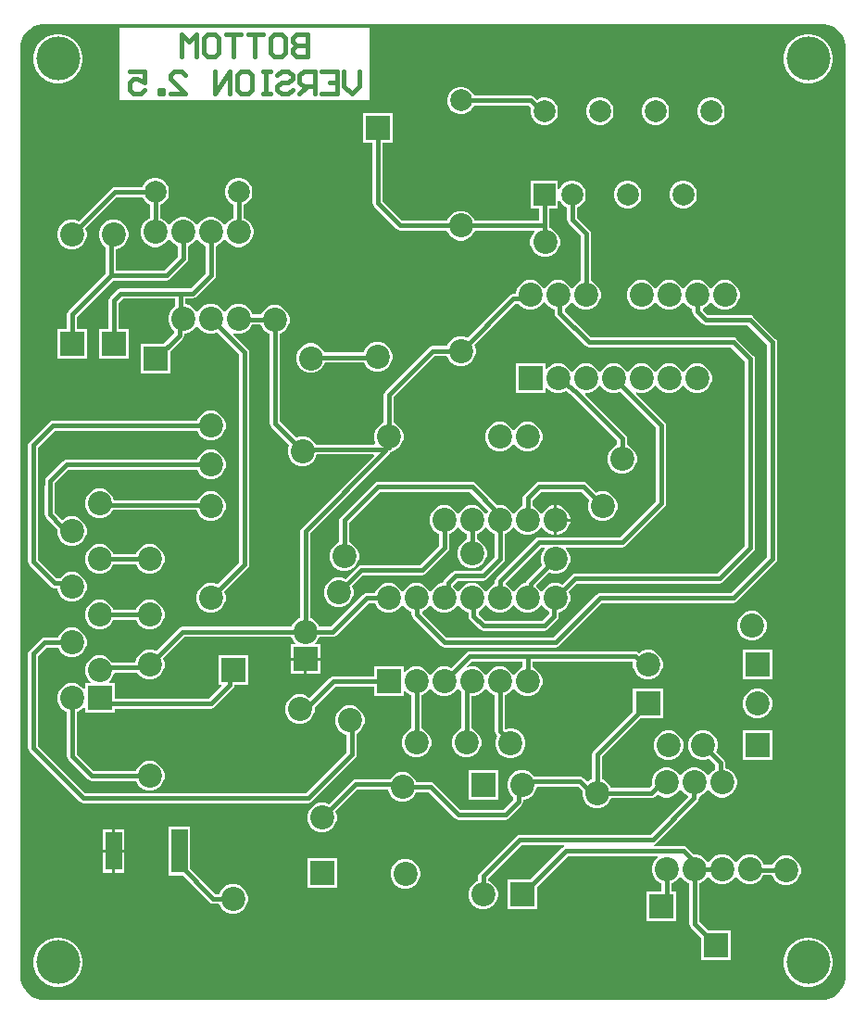
<source format=gbl>
%FSTAX23Y23*%
%MOIN*%
%SFA1B1*%

%IPPOS*%
%ADD19R,0.086610X0.086610*%
%ADD20C,0.086610*%
%ADD23R,0.086610X0.086610*%
%ADD24R,0.078740X0.078740*%
%ADD25C,0.078740*%
%ADD31C,0.015000*%
%ADD32C,0.157480*%
%ADD33R,0.059060X0.157480*%
%ADD34R,0.059060X0.137800*%
%ADD35C,0.086610*%
%LNtachometer-boardv2.5-1*%
%LPD*%
G36*
X029Y03524D02*
X02908D01*
X02924Y03521*
X0294Y03515*
X02954Y03505*
X02965Y03494*
X02975Y0348*
X02981Y03464*
X02984Y03448*
Y0344*
Y001*
Y00091*
X02981Y00075*
X02975Y00059*
X02965Y00046*
X02954Y00034*
X0294Y00024*
X02924Y00018*
X02908Y00015*
X001*
X00091*
X00075Y00018*
X00059Y00024*
X00046Y00034*
X00034Y00046*
X00024Y00059*
X00018Y00075*
X00015Y00091*
Y001*
Y0344*
Y03448*
X00018Y03464*
X00024Y0348*
X00034Y03494*
X00046Y03505*
X00059Y03515*
X00075Y03521*
X00091Y03524*
X001*
X029*
G37*
%LNtachometer-boardv2.5-2*%
%LPC*%
G36*
X02858Y03488D02*
X02841D01*
X02824Y03485*
X02807Y03478*
X02793Y03468*
X02781Y03456*
X02771Y03442*
X02764Y03425*
X02761Y03408*
Y03391*
X02764Y03374*
X02771Y03357*
X02781Y03343*
X02793Y03331*
X02807Y03321*
X02824Y03314*
X02841Y03311*
X02858*
X02875Y03314*
X02892Y03321*
X02906Y03331*
X02918Y03343*
X02928Y03357*
X02935Y03374*
X02938Y03391*
Y03408*
X02935Y03425*
X02928Y03442*
X02918Y03456*
X02906Y03468*
X02892Y03478*
X02875Y03485*
X02858Y03488*
G37*
G36*
X00158D02*
X00141D01*
X00124Y03485*
X00107Y03478*
X00093Y03468*
X00081Y03456*
X00071Y03442*
X00064Y03425*
X00061Y03408*
Y03391*
X00064Y03374*
X00071Y03357*
X00081Y03343*
X00093Y03331*
X00107Y03321*
X00124Y03314*
X00141Y03311*
X00158*
X00175Y03314*
X00192Y03321*
X00206Y03331*
X00218Y03343*
X00228Y03357*
X00235Y03374*
X00238Y03391*
Y03408*
X00235Y03425*
X00228Y03442*
X00218Y03456*
X00206Y03468*
X00192Y03478*
X00175Y03485*
X00158Y03488*
G37*
G36*
X0127Y03511D02*
X0037D01*
Y0325*
X0127*
Y03511*
G37*
G36*
X02506Y03259D02*
X02493D01*
X0248Y03256*
X02469Y03249*
X0246Y0324*
X02453Y03229*
X0245Y03216*
Y03203*
X02453Y0319*
X0246Y03179*
X02469Y0317*
X0248Y03163*
X02493Y0316*
X02506*
X02519Y03163*
X0253Y0317*
X02539Y03179*
X02546Y0319*
X02549Y03203*
Y03216*
X02546Y03229*
X02539Y0324*
X0253Y03249*
X02519Y03256*
X02506Y03259*
G37*
G36*
X02306D02*
X02293D01*
X0228Y03256*
X02269Y03249*
X0226Y0324*
X02253Y03229*
X0225Y03216*
Y03203*
X02253Y0319*
X0226Y03179*
X02269Y0317*
X0228Y03163*
X02293Y0316*
X02306*
X02319Y03163*
X0233Y0317*
X02339Y03179*
X02346Y0319*
X02349Y03203*
Y03216*
X02346Y03229*
X02339Y0324*
X0233Y03249*
X02319Y03256*
X02306Y03259*
G37*
G36*
X02106D02*
X02093D01*
X0208Y03256*
X02069Y03249*
X0206Y0324*
X02053Y03229*
X0205Y03216*
Y03203*
X02053Y0319*
X0206Y03179*
X02069Y0317*
X0208Y03163*
X02093Y0316*
X02106*
X02119Y03163*
X0213Y0317*
X02139Y03179*
X02146Y0319*
X02149Y03203*
Y03216*
X02146Y03229*
X02139Y0324*
X0213Y03249*
X02119Y03256*
X02106Y03259*
G37*
G36*
X01606Y03298D02*
X01593D01*
X0158Y03295*
X01569Y03288*
X0156Y03279*
X01553Y03268*
X0155Y03255*
Y03242*
X01553Y0323*
X0156Y03218*
X01569Y03209*
X0158Y03203*
X01593Y03199*
X01606*
X01619Y03203*
X0163Y03209*
X01639Y03218*
X01646Y0323*
X01646Y03231*
X01844*
X01852Y03223*
X0185Y03216*
Y03203*
X01853Y0319*
X0186Y03179*
X01869Y0317*
X0188Y03163*
X01893Y0316*
X01906*
X01919Y03163*
X0193Y0317*
X01939Y03179*
X01946Y0319*
X01949Y03203*
Y03216*
X01946Y03229*
X01939Y0324*
X0193Y03249*
X01919Y03256*
X01906Y03259*
X01893*
X0188Y03256*
X01874Y03252*
X01864Y03261*
X01858Y03265*
X01851Y03267*
X01646*
X01646Y03268*
X01639Y03279*
X0163Y03288*
X01619Y03295*
X01606Y03298*
G37*
G36*
X02406Y02959D02*
X02393D01*
X0238Y02956*
X02369Y02949*
X0236Y0294*
X02353Y02929*
X0235Y02916*
Y02903*
X02353Y0289*
X0236Y02879*
X02369Y0287*
X0238Y02863*
X02393Y0286*
X02406*
X02419Y02863*
X0243Y0287*
X02439Y02879*
X02446Y0289*
X02449Y02903*
Y02916*
X02446Y02929*
X02439Y0294*
X0243Y02949*
X02419Y02956*
X02406Y02959*
G37*
G36*
X02206D02*
X02193D01*
X0218Y02956*
X02169Y02949*
X0216Y0294*
X02153Y02929*
X0215Y02916*
Y02903*
X02153Y0289*
X0216Y02879*
X02169Y0287*
X0218Y02863*
X02193Y0286*
X02206*
X02219Y02863*
X0223Y0287*
X02239Y02879*
X02246Y0289*
X02249Y02903*
Y02916*
X02246Y02929*
X02239Y0294*
X0223Y02949*
X02219Y02956*
X02206Y02959*
G37*
G36*
X01353Y03205D02*
X01246D01*
Y03098*
X01282*
Y0288*
X01283Y02873*
X01287Y02867*
X01367Y02787*
X01373Y02783*
X0138Y02782*
X01549*
X0155Y02778*
X01557Y02766*
X01567Y02756*
X01579Y02749*
X01592Y02745*
X01607*
X0162Y02749*
X01632Y02756*
X01642Y02766*
X01649Y02778*
X0165Y02782*
X01863*
X01865Y02777*
X0186Y02772*
X01853Y0276*
X01849Y02747*
Y02732*
X01853Y02719*
X0186Y02707*
X0187Y02697*
X01882Y0269*
X01896Y02686*
X0191*
X01923Y0269*
X01935Y02697*
X01945Y02707*
X01952Y02719*
X01956Y02732*
Y02747*
X01952Y0276*
X01945Y02772*
X01935Y02782*
X01923Y02789*
X01917Y02791*
Y0286*
X01949*
Y02886*
X0195Y02887*
X01956Y02886*
X0196Y02879*
X01969Y0287*
X0198Y02863*
X01982Y02863*
Y0282*
X01983Y02813*
X01987Y02807*
X02032Y02762*
Y026*
X02029Y02599*
X02017Y02592*
X02007Y02582*
X02002Y02575*
X01997*
X01992Y02582*
X01982Y02592*
X0197Y02599*
X01957Y02603*
X01942*
X01929Y02599*
X01917Y02592*
X01907Y02582*
X01902Y02575*
X01897*
X01892Y02582*
X01882Y02592*
X0187Y02599*
X01857Y02603*
X01842*
X01829Y02599*
X01817Y02592*
X01807Y02582*
X018Y0257*
X01796Y02557*
Y02554*
X01787*
X01781Y02552*
X01775Y02548*
X01623Y02396*
X0162Y02398*
X01607Y02401*
X01592*
X01579Y02398*
X01567Y02391*
X01557Y02381*
X0155Y02369*
X01549Y02366*
X01498*
X01491Y02364*
X01485Y02361*
X01327Y02202*
X01323Y02196*
X01322Y0219*
Y0209*
X01319Y02089*
X01307Y02082*
X01297Y02072*
X0129Y0206*
X01286Y02047*
Y02032*
X0129Y02019*
X01292Y02016*
X01289Y02012*
X01077*
X01072Y02021*
X01062Y02031*
X0105Y02038*
X01037Y02041*
X01022*
X01009Y02038*
X01006Y02036*
X00947Y02095*
Y02409*
X0095Y0241*
X00962Y02417*
X00972Y02427*
X00979Y02439*
X00983Y02452*
Y02467*
X00979Y0248*
X00972Y02492*
X00962Y02502*
X0095Y02509*
X00937Y02513*
X00922*
X00909Y02509*
X00897Y02502*
X00887Y02492*
X0088Y0248*
X0088Y02479*
X0085*
X00849Y02484*
X00842Y02496*
X00832Y02506*
X0082Y02513*
X00807Y02517*
X00792*
X00779Y02513*
X00767Y02506*
X00757Y02496*
X00752Y02488*
X00747*
X00742Y02496*
X00732Y02506*
X0072Y02513*
X00707Y02517*
X00692*
X00679Y02513*
X00667Y02506*
X00657Y02496*
X00652Y02488*
X00647*
X00642Y02496*
X00632Y02506*
X0062Y02513*
X00608Y02516*
Y02537*
X00635*
X00642Y02539*
X00648Y02542*
X00712Y02607*
X00716Y02613*
X00717Y0262*
Y02725*
X0072Y02726*
X00732Y02733*
X00742Y02743*
X00747Y02751*
X00752*
X00757Y02743*
X00767Y02733*
X00779Y02726*
X00792Y02722*
X00807*
X0082Y02726*
X00832Y02733*
X00842Y02743*
X00849Y02755*
X00853Y02769*
Y02783*
X00849Y02796*
X00842Y02809*
X00832Y02818*
X0082Y02825*
X00817Y02826*
Y02873*
X00819Y02873*
X0083Y0288*
X00839Y02889*
X00846Y029*
X00849Y02913*
Y02926*
X00846Y02939*
X00839Y0295*
X0083Y02959*
X00819Y02966*
X00806Y02969*
X00793*
X0078Y02966*
X00769Y02959*
X0076Y0295*
X00753Y02939*
X0075Y02926*
Y02913*
X00753Y029*
X0076Y02889*
X00769Y0288*
X0078Y02873*
X00782Y02873*
Y02826*
X00779Y02825*
X00767Y02818*
X00757Y02809*
X00752Y02801*
X00747*
X00742Y02809*
X00732Y02818*
X0072Y02825*
X00707Y02829*
X00692*
X00679Y02825*
X00667Y02818*
X00657Y02809*
X00652Y02801*
X00647*
X00642Y02809*
X00632Y02818*
X0062Y02825*
X00607Y02829*
X00592*
X00579Y02825*
X00567Y02818*
X00557Y02809*
X00552Y02801*
X00547*
X00542Y02809*
X00532Y02818*
X0052Y02825*
X00517Y02826*
Y02873*
X00519Y02873*
X0053Y0288*
X00539Y02889*
X00546Y029*
X00549Y02913*
Y02926*
X00546Y02939*
X00539Y0295*
X0053Y02959*
X00519Y02966*
X00506Y02969*
X00493*
X0048Y02966*
X00469Y02959*
X0046Y0295*
X00453Y02939*
X00453Y02937*
X00353*
X00346Y02936*
X0034Y02932*
X00223Y02815*
X0022Y02816*
X00207Y0282*
X00192*
X00179Y02816*
X00167Y02809*
X00157Y02799*
X0015Y02787*
X00146Y02773*
Y02759*
X0015Y02746*
X00157Y02734*
X00167Y02724*
X00179Y02717*
X00192Y02713*
X00207*
X0022Y02717*
X00232Y02724*
X00242Y02734*
X00249Y02746*
X00253Y02759*
Y02773*
X00249Y02787*
X00248Y02789*
X0036Y02902*
X00453*
X00453Y029*
X0046Y02889*
X00469Y0288*
X0048Y02873*
X00482Y02873*
Y02826*
X00479Y02825*
X00467Y02818*
X00457Y02809*
X0045Y02796*
X00446Y02783*
Y02769*
X0045Y02755*
X00457Y02743*
X00467Y02733*
X00479Y02726*
X00492Y02722*
X00507*
X0052Y02726*
X00532Y02733*
X00542Y02743*
X00547Y02751*
X00552*
X00557Y02743*
X00567Y02733*
X00579Y02726*
X00582Y02725*
Y02687*
X00532Y02637*
X00357*
Y02713*
X0037Y02717*
X00382Y02724*
X00392Y02734*
X00399Y02746*
X00403Y02759*
Y02773*
X00399Y02787*
X00392Y02799*
X00382Y02809*
X0037Y02816*
X00357Y0282*
X00342*
X00329Y02816*
X00317Y02809*
X00307Y02799*
X003Y02787*
X00296Y02773*
Y02759*
X003Y02746*
X00307Y02734*
X00317Y02724*
X00322Y02721*
Y02627*
X00187Y02492*
X00183Y02486*
X00182Y0248*
Y02426*
X00146*
Y02319*
X00253*
Y02426*
X00217*
Y02472*
X00347Y02602*
X0054*
X00546Y02603*
X00552Y02607*
X00612Y02667*
X00616Y02673*
X00617Y0268*
Y02725*
X0062Y02726*
X00632Y02733*
X00642Y02743*
X00647Y02751*
X00652*
X00657Y02743*
X00667Y02733*
X00679Y02726*
X00682Y02725*
Y02627*
X00628Y02573*
X00375*
X00368Y02572*
X00362Y02568*
X00337Y02542*
X00333Y02536*
X00332Y0253*
Y02426*
X00296*
Y02319*
X00403*
Y02426*
X00367*
Y02522*
X00383Y02537*
X00572*
Y02509*
X00567Y02506*
X00557Y02496*
X0055Y02484*
X00546Y0247*
Y02456*
X0055Y02443*
X00557Y0243*
X00567Y02421*
X00568Y0242*
Y02412*
X00529Y02373*
X00448*
Y02266*
X00554*
Y02348*
X00598Y02392*
X00602Y02397*
X00604Y02404*
Y0241*
X00607*
X0062Y02414*
X00632Y02421*
X00642Y0243*
X00647Y02438*
X00652*
X00657Y0243*
X00667Y02421*
X00679Y02414*
X00692Y0241*
X00707*
X0072Y02414*
X00723Y02415*
X00802Y02336*
Y01587*
X00723Y01508*
X0072Y01509*
X00707Y01513*
X00692*
X00679Y01509*
X00667Y01502*
X00657Y01492*
X0065Y0148*
X00646Y01467*
Y01452*
X0065Y01439*
X00657Y01427*
X00667Y01417*
X00679Y0141*
X00692Y01406*
X00707*
X0072Y0141*
X00732Y01417*
X00742Y01427*
X00749Y01439*
X00753Y01452*
Y01467*
X00749Y0148*
X00748Y01483*
X00832Y01567*
X00836Y01573*
X00837Y0158*
Y02343*
X00836Y0235*
X00832Y02356*
X0078Y02408*
X00782Y02413*
X00792Y0241*
X00807*
X0082Y02414*
X00832Y02421*
X00842Y0243*
X00849Y02443*
X00849Y02444*
X00879*
X0088Y02439*
X00887Y02427*
X00897Y02417*
X00909Y0241*
X00912Y02409*
Y02088*
X00913Y02081*
X00917Y02075*
X00981Y02011*
X0098Y02009*
X00976Y01995*
Y01981*
X0098Y01967*
X00987Y01955*
X00997Y01945*
X01009Y01938*
X01022Y01935*
X01037*
X0105Y01938*
X01062Y01945*
X01072Y01955*
X01079Y01967*
X01081Y01976*
X01284*
X01286Y01971*
X01027Y01712*
X01023Y01706*
X01022Y017*
Y01388*
X01019Y01388*
X01007Y01381*
X00997Y01371*
X0099Y01359*
X00989Y01356*
X00598*
X00598*
X00591Y01354*
X00585Y01351*
X00503Y01268*
X005Y01269*
X00487Y01273*
X00472*
X00459Y01269*
X00447Y01262*
X00437Y01252*
X0043Y0124*
X00426Y01227*
X00345*
X00342Y01232*
X00332Y01242*
X0032Y01249*
X00307Y01253*
X00292*
X00279Y01249*
X00267Y01242*
X00257Y01232*
X0025Y0122*
X00246Y01207*
Y01192*
X0025Y01179*
X00257Y01167*
X00266Y01158*
X00264Y01153*
X00246*
Y01135*
X00241Y01133*
X00232Y01142*
X0022Y01149*
X00207Y01153*
X00192*
X00179Y01149*
X00167Y01142*
X00157Y01132*
X0015Y0112*
X00146Y01107*
Y01092*
X0015Y01079*
X00157Y01067*
X00167Y01057*
X00179Y0105*
X00182Y01049*
Y0089*
X00183Y00883*
X00187Y00877*
X00257Y00807*
X00263Y00803*
X0027Y00802*
X00429*
X0043Y00799*
X00437Y00787*
X00447Y00777*
X00459Y0077*
X00472Y00766*
X00487*
X005Y0077*
X00512Y00777*
X00522Y00787*
X00529Y00799*
X00533Y00812*
Y00827*
X00529Y0084*
X00522Y00852*
X00512Y00862*
X005Y00869*
X00487Y00873*
X00472*
X00459Y00869*
X00447Y00862*
X00437Y00852*
X0043Y0084*
X00429Y00837*
X00277*
X00217Y00897*
Y01049*
X0022Y0105*
X00232Y01057*
X00241Y01066*
X00246Y01064*
Y01046*
X00353*
Y01062*
X007*
X00706Y01063*
X00712Y01067*
X0078Y01135*
X0078*
X00784Y01141*
X00785Y01147*
Y01148*
X00833*
Y01255*
X00726*
Y01148*
X00737*
X00739Y01144*
X00692Y01097*
X00353*
Y01153*
X00335*
X00333Y01158*
X00342Y01167*
X00349Y01179*
X00353Y01192*
X00434*
X00437Y01187*
X00447Y01177*
X00459Y0117*
X00472Y01166*
X00487*
X005Y0117*
X00512Y01177*
X00522Y01187*
X00529Y01199*
X00533Y01212*
Y01227*
X00529Y0124*
X00528Y01243*
X00605Y0132*
X00989*
X0099Y01317*
X00997Y01305*
X01004Y01298*
X01002Y01293*
X00986*
Y01245*
X0104*
X01093*
Y01293*
X01077*
X01075Y01298*
X01082Y01305*
X01089Y01317*
X0109Y0132*
X01138*
X01145Y01321*
X01151Y01325*
X01267Y01442*
X01289*
X0129Y01439*
X01297Y01427*
X01307Y01417*
X01319Y0141*
X01332Y01406*
X01347*
X0136Y0141*
X01372Y01417*
X01382Y01427*
X01387Y01434*
X01392*
X01397Y01427*
X01407Y01417*
X01419Y0141*
X01422Y01409*
Y014*
X01423Y01393*
X01427Y01387*
X01527Y01287*
X01533Y01283*
X0154Y01282*
X0194*
X01946Y01283*
X01952Y01287*
X02107Y01442*
X0258*
X02586Y01443*
X02592Y01447*
X02732Y01587*
X02736Y01593*
X02737Y016*
Y0238*
X02736Y02386*
X02732Y02392*
X02652Y02472*
X02646Y02476*
X0264Y02477*
X02487*
X0247Y02495*
X0247Y02497*
X02471Y025*
X02482Y02507*
X02492Y02517*
X02497Y02524*
X02502*
X02507Y02517*
X02517Y02507*
X02529Y025*
X02542Y02496*
X02557*
X0257Y025*
X02582Y02507*
X02592Y02517*
X02599Y02529*
X02603Y02542*
Y02557*
X02599Y0257*
X02592Y02582*
X02582Y02592*
X0257Y02599*
X02557Y02603*
X02542*
X02529Y02599*
X02517Y02592*
X02507Y02582*
X02502Y02575*
X02497*
X02492Y02582*
X02482Y02592*
X0247Y02599*
X02457Y02603*
X02442*
X02429Y02599*
X02417Y02592*
X02407Y02582*
X02402Y02575*
X02397*
X02392Y02582*
X02382Y02592*
X0237Y02599*
X02357Y02603*
X02342*
X02329Y02599*
X02317Y02592*
X02307Y02582*
X02302Y02575*
X02297*
X02292Y02582*
X02282Y02592*
X0227Y02599*
X02257Y02603*
X02242*
X02229Y02599*
X02217Y02592*
X02207Y02582*
X022Y0257*
X02196Y02557*
Y02542*
X022Y02529*
X02207Y02517*
X02217Y02507*
X02229Y025*
X02242Y02496*
X02257*
X0227Y025*
X02282Y02507*
X02292Y02517*
X02297Y02524*
X02302*
X02307Y02517*
X02317Y02507*
X02329Y025*
X02342Y02496*
X02357*
X0237Y025*
X02382Y02507*
X02392Y02517*
X02397Y02524*
X02402*
X02407Y02517*
X02417Y02507*
X02429Y025*
X02432Y02499*
Y0249*
X02433Y02483*
X02437Y02477*
X02467Y02447*
X02473Y02443*
X0248Y02442*
X02632*
X02702Y02372*
Y01607*
X02572Y01477*
X021*
X02093Y01476*
X02087Y01472*
X01932Y01317*
X01547*
X0146Y01405*
X0146Y01407*
X01461Y0141*
X01472Y01417*
X01482Y01427*
X01487Y01434*
X01492*
X01497Y01427*
X01507Y01417*
X01519Y0141*
X01532Y01406*
X01547*
X0156Y0141*
X01572Y01417*
X01582Y01427*
X01587Y01434*
X01592*
X01597Y01427*
X01607Y01417*
X01619Y0141*
X01627Y01408*
Y01394*
X01629Y01387*
X01633Y01381*
X01667Y01347*
X01673Y01343*
X0168Y01342*
X019*
X01906Y01343*
X01912Y01347*
X01946Y01381*
X0195Y01387*
X01952Y01394*
Y01408*
X0196Y0141*
X01972Y01417*
X01982Y01427*
X01989Y01439*
X01993Y01452*
Y01467*
X01989Y0148*
X01988Y01483*
X02017Y01512*
X0253*
X02536Y01513*
X02542Y01517*
X02652Y01627*
X02656Y01633*
X02657Y0164*
Y0232*
X02656Y02326*
X02652Y02332*
X02592Y02392*
X02586Y02396*
X0258Y02397*
X02067*
X01973Y02491*
Y02502*
X01982Y02507*
X01992Y02517*
X01997Y02524*
X02002*
X02007Y02517*
X02017Y02507*
X02029Y025*
X02042Y02496*
X02057*
X0207Y025*
X02082Y02507*
X02092Y02517*
X02099Y02529*
X02103Y02542*
Y02557*
X02099Y0257*
X02092Y02582*
X02082Y02592*
X0207Y02599*
X02067Y026*
Y0277*
X02066Y02776*
X02062Y02782*
X02017Y02827*
Y02863*
X02019Y02863*
X0203Y0287*
X02039Y02879*
X02046Y0289*
X02049Y02903*
Y02916*
X02046Y02929*
X02039Y0294*
X0203Y02949*
X02019Y02956*
X02006Y02959*
X01993*
X0198Y02956*
X01969Y02949*
X0196Y0294*
X01956Y02933*
X0195Y02932*
X01949Y02933*
Y02959*
X0185*
Y0286*
X01882*
Y02817*
X0165*
X01649Y02819*
X01642Y02831*
X01632Y02841*
X0162Y02848*
X01607Y02852*
X01592*
X01579Y02848*
X01567Y02841*
X01557Y02831*
X0155Y02819*
X01549Y02817*
X01387*
X01317Y02887*
Y03098*
X01353*
Y03205*
G37*
G36*
X01307Y02381D02*
X01292D01*
X01279Y02377*
X01267Y0237*
X01257Y0236*
X0125Y02348*
X01248Y02343*
X01109*
X01109Y02343*
X01102Y02355*
X01092Y02365*
X0108Y02372*
X01067Y02376*
X01052*
X01039Y02372*
X01027Y02365*
X01017Y02355*
X0101Y02343*
X01006Y02329*
Y02315*
X0101Y02302*
X01017Y0229*
X01027Y0228*
X01039Y02273*
X01052Y02269*
X01067*
X0108Y02273*
X01092Y0228*
X01102Y0229*
X01109Y02302*
X01111Y02307*
X0125*
X0125Y02307*
X01257Y02295*
X01267Y02285*
X01279Y02278*
X01292Y02274*
X01307*
X0132Y02278*
X01332Y02285*
X01342Y02295*
X01349Y02307*
X01353Y0232*
Y02334*
X01349Y02348*
X01342Y0236*
X01332Y0237*
X0132Y02377*
X01307Y02381*
G37*
G36*
X00707Y02133D02*
X00692D01*
X00679Y02129*
X00667Y02122*
X00657Y02112*
X0065Y021*
X00649Y02097*
X0013*
X00123Y02096*
X00117Y02092*
X00047Y02022*
X00043Y02016*
X00042Y0201*
Y0159*
X00043Y01583*
X00047Y01577*
X00123Y01501*
X00129Y01497*
X00136Y01495*
X00146*
Y01492*
X0015Y01479*
X00157Y01467*
X00167Y01457*
X00179Y0145*
X00192Y01446*
X00207*
X0022Y0145*
X00232Y01457*
X00242Y01467*
X00249Y01479*
X00253Y01492*
Y01507*
X00249Y0152*
X00242Y01532*
X00232Y01542*
X0022Y01549*
X00207Y01553*
X00192*
X00179Y01549*
X00167Y01542*
X00157Y01532*
X00156Y01531*
X00143*
X00077Y01597*
Y02002*
X00137Y02062*
X00649*
X0065Y02059*
X00657Y02047*
X00667Y02037*
X00679Y0203*
X00692Y02026*
X00707*
X0072Y0203*
X00732Y02037*
X00742Y02047*
X00749Y02059*
X00753Y02072*
Y02087*
X00749Y021*
X00742Y02112*
X00732Y02122*
X0072Y02129*
X00707Y02133*
G37*
G36*
Y01993D02*
X00692D01*
X00679Y01989*
X00667Y01982*
X00657Y01972*
X0065Y0196*
X00649Y01957*
X0018*
X00173Y01956*
X00167Y01952*
X00108Y01893*
X00104Y01888*
X00103Y01881*
Y01866*
X00102Y0186*
Y0176*
X00103Y01753*
X00107Y01747*
X00145Y01708*
X00147Y01708*
X00146Y01707*
Y01692*
X0015Y01679*
X00157Y01667*
X00167Y01657*
X00179Y0165*
X00192Y01646*
X00207*
X0022Y0165*
X00232Y01657*
X00242Y01667*
X00249Y01679*
X00253Y01692*
Y01707*
X00249Y0172*
X00242Y01732*
X00232Y01742*
X0022Y01749*
X00207Y01753*
X00192*
X00179Y01749*
X00167Y01742*
X00164Y0174*
X00137Y01767*
Y01854*
X00139Y01861*
Y01873*
X00187Y01922*
X00649*
X0065Y01919*
X00657Y01907*
X00667Y01897*
X00679Y0189*
X00692Y01886*
X00707*
X0072Y0189*
X00732Y01897*
X00742Y01907*
X00749Y01919*
X00753Y01932*
Y01947*
X00749Y0196*
X00742Y01972*
X00732Y01982*
X0072Y01989*
X00707Y01993*
G37*
G36*
X00307Y01853D02*
X00292D01*
X00279Y01849*
X00267Y01842*
X00257Y01832*
X0025Y0182*
X00246Y01807*
Y01792*
X0025Y01779*
X00257Y01767*
X00267Y01757*
X00279Y0175*
X00292Y01746*
X00307*
X0032Y0175*
X00332Y01757*
X00342Y01767*
X00348Y01777*
X00648*
X0065Y01769*
X00657Y01757*
X00667Y01747*
X00679Y0174*
X00692Y01736*
X00707*
X0072Y0174*
X00732Y01747*
X00742Y01757*
X00749Y01769*
X00753Y01782*
Y01797*
X00749Y0181*
X00742Y01822*
X00732Y01832*
X0072Y01839*
X00707Y01843*
X00692*
X00679Y01839*
X00667Y01832*
X00657Y01822*
X00651Y01812*
X00351*
X00349Y0182*
X00342Y01832*
X00332Y01842*
X0032Y01849*
X00307Y01853*
G37*
G36*
Y01653D02*
X00292D01*
X00279Y01649*
X00267Y01642*
X00257Y01632*
X0025Y0162*
X00246Y01607*
Y01592*
X0025Y01579*
X00257Y01567*
X00267Y01557*
X00279Y0155*
X00292Y01546*
X00307*
X0032Y0155*
X00332Y01557*
X00342Y01567*
X00349Y01579*
X0035Y01582*
X00429*
X0043Y01579*
X00437Y01567*
X00447Y01557*
X00459Y0155*
X00472Y01546*
X00487*
X005Y0155*
X00512Y01557*
X00522Y01567*
X00529Y01579*
X00533Y01592*
Y01607*
X00529Y0162*
X00522Y01632*
X00512Y01642*
X005Y01649*
X00487Y01653*
X00472*
X00459Y01649*
X00447Y01642*
X00437Y01632*
X0043Y0162*
X00429Y01617*
X0035*
X00349Y0162*
X00342Y01632*
X00332Y01642*
X0032Y01649*
X00307Y01653*
G37*
G36*
Y01453D02*
X00292D01*
X00279Y01449*
X00267Y01442*
X00257Y01432*
X0025Y0142*
X00246Y01407*
Y01392*
X0025Y01379*
X00257Y01367*
X00267Y01357*
X00279Y0135*
X00292Y01346*
X00307*
X0032Y0135*
X00332Y01357*
X00342Y01367*
X00349Y01379*
X0035Y01382*
X00429*
X0043Y01379*
X00437Y01367*
X00447Y01357*
X00459Y0135*
X00472Y01346*
X00487*
X005Y0135*
X00512Y01357*
X00522Y01367*
X00529Y01379*
X00533Y01392*
Y01407*
X00529Y0142*
X00522Y01432*
X00512Y01442*
X005Y01449*
X00487Y01453*
X00472*
X00459Y01449*
X00447Y01442*
X00437Y01432*
X0043Y0142*
X00429Y01417*
X0035*
X00349Y0142*
X00342Y01432*
X00332Y01442*
X0032Y01449*
X00307Y01453*
G37*
G36*
X02654Y01413D02*
X0264D01*
X02626Y01409*
X02614Y01402*
X02604Y01392*
X02597Y0138*
X02593Y01367*
Y01352*
X02597Y01339*
X02604Y01327*
X02614Y01317*
X02626Y0131*
X0264Y01306*
X02654*
X02667Y0131*
X02679Y01317*
X02689Y01327*
X02696Y01339*
X027Y01352*
Y01367*
X02696Y0138*
X02689Y01392*
X02679Y01402*
X02667Y01409*
X02654Y01413*
G37*
G36*
X0228Y01273D02*
X02266D01*
X02252Y01269*
X0224Y01262*
X02235Y01266*
X02228Y01267*
X0163*
X01623Y01266*
X01617Y01262*
X01563Y01208*
X0156Y01209*
X01547Y01213*
X01532*
X01519Y01209*
X01507Y01202*
X01497Y01192*
X01492Y01185*
X01487*
X01482Y01192*
X01472Y01202*
X0146Y01209*
X01447Y01213*
X01432*
X01419Y01209*
X01407Y01202*
X01398Y01193*
X01393Y01195*
Y01213*
X01286*
Y01177*
X0114*
X01133Y01176*
X01127Y01172*
X01055Y011*
X01052Y01102*
X0104Y01109*
X01027Y01113*
X01012*
X00999Y01109*
X00987Y01102*
X00977Y01092*
X0097Y0108*
X00966Y01067*
Y01052*
X0097Y01039*
X00977Y01027*
X00987Y01017*
X00999Y0101*
X01012Y01006*
X01027*
X0104Y0101*
X01052Y01017*
X01062Y01027*
X01069Y01039*
X01073Y01052*
Y01067*
X01073Y01068*
X01074Y01068*
X01147Y01142*
X01286*
Y01106*
X01393*
Y01124*
X01398Y01126*
X01407Y01117*
X01419Y0111*
X01422Y01109*
Y0099*
X01419Y00989*
X01407Y00982*
X01397Y00972*
X0139Y0096*
X01386Y00947*
Y00932*
X0139Y00919*
X01397Y00907*
X01407Y00897*
X01419Y0089*
X01432Y00886*
X01447*
X0146Y0089*
X01472Y00897*
X01482Y00907*
X01489Y00919*
X01493Y00932*
Y00947*
X01489Y0096*
X01482Y00972*
X01472Y00982*
X0146Y00989*
X01457Y0099*
Y01109*
X0146Y0111*
X01472Y01117*
X01482Y01127*
X01487Y01134*
X01492*
X01497Y01127*
X01507Y01117*
X01519Y0111*
X01532Y01106*
X01547*
X0156Y0111*
X01572Y01117*
X01582Y01127*
X01587Y01134*
X01592*
X01597Y01127*
X01602Y01121*
X01602Y0112*
Y0099*
X01599Y00989*
X01587Y00982*
X01577Y00972*
X0157Y0096*
X01566Y00947*
Y00932*
X0157Y00919*
X01577Y00907*
X01587Y00897*
X01599Y0089*
X01612Y00886*
X01627*
X0164Y0089*
X01652Y00897*
X01662Y00907*
X01669Y00919*
X01673Y00932*
Y00947*
X01669Y0096*
X01662Y00972*
X01652Y00982*
X0164Y00989*
X01638Y0099*
Y01106*
X01647*
X0166Y0111*
X01672Y01117*
X01682Y01127*
X01687Y01134*
X01692*
X01697Y01127*
X01707Y01117*
X01719Y0111*
X01722Y01109*
Y0098*
X01723Y00973*
X01727Y00968*
X01731Y00964*
X01727Y00957*
X01724Y00944*
Y0093*
X01727Y00916*
X01734Y00904*
X01744Y00894*
X01756Y00887*
X0177Y00884*
X01784*
X01797Y00887*
X0181Y00894*
X0182Y00904*
X01827Y00916*
X0183Y0093*
Y00944*
X01827Y00957*
X0182Y0097*
X0181Y0098*
X01797Y00987*
X01784Y0099*
X0177*
X01762Y00988*
X01757Y00992*
Y01109*
X0176Y0111*
X01772Y01117*
X01782Y01127*
X01787Y01134*
X01792*
X01797Y01127*
X01807Y01117*
X01819Y0111*
X01832Y01106*
X01847*
X0186Y0111*
X01872Y01117*
X01882Y01127*
X01889Y01139*
X01893Y01152*
Y01167*
X01889Y0118*
X01882Y01192*
X01872Y01202*
X0186Y01209*
X01857Y0121*
Y01232*
X02216*
X02219Y01227*
X02219Y01227*
Y01212*
X02223Y01199*
X0223Y01187*
X0224Y01177*
X02252Y0117*
X02266Y01166*
X0228*
X02293Y0117*
X02305Y01177*
X02315Y01187*
X02322Y01199*
X02326Y01212*
Y01227*
X02322Y0124*
X02315Y01252*
X02305Y01262*
X02293Y01269*
X0228Y01273*
G37*
G36*
X00207Y01353D02*
X00192D01*
X00179Y01349*
X00167Y01342*
X00157Y01332*
X0015Y0132*
X00149Y01317*
X001*
X00093Y01316*
X00087Y01312*
X00047Y01272*
X00043Y01266*
X00042Y0126*
Y0092*
X00043Y00913*
X00047Y00907*
X00227Y00727*
X00233Y00723*
X0024Y00722*
X0105*
X01056Y00723*
X01062Y00727*
X01219Y00883*
X01223Y00889*
X01224Y00896*
Y00972*
X01232Y00977*
X01242Y00987*
X01249Y00999*
X01253Y01012*
Y01027*
X01249Y0104*
X01242Y01052*
X01232Y01062*
X0122Y01069*
X01207Y01073*
X01192*
X01179Y01069*
X01167Y01062*
X01157Y01052*
X0115Y0104*
X01146Y01027*
Y01012*
X0115Y00999*
X01157Y00987*
X01167Y00977*
X01179Y0097*
X01188Y00967*
Y00903*
X01042Y00757*
X00247*
X00077Y00927*
Y01252*
X00107Y01282*
X00149*
X0015Y01279*
X00157Y01267*
X00167Y01257*
X00179Y0125*
X00192Y01246*
X00207*
X0022Y0125*
X00232Y01257*
X00242Y01267*
X00249Y01279*
X00253Y01292*
Y01307*
X00249Y0132*
X00242Y01332*
X00232Y01342*
X0022Y01349*
X00207Y01353*
G37*
G36*
X01093Y01235D02*
X01045D01*
Y01186*
X01093*
Y01235*
G37*
G36*
X01035D02*
X00986D01*
Y01186*
X01035*
Y01235*
G37*
G36*
X0272Y01273D02*
X02613D01*
Y01166*
X0272*
Y01273*
G37*
G36*
X02673Y01133D02*
X02659D01*
X02646Y01129*
X02634Y01122*
X02624Y01112*
X02617Y011*
X02613Y01087*
Y01072*
X02617Y01059*
X02624Y01047*
X02634Y01037*
X02646Y0103*
X02659Y01026*
X02673*
X02687Y0103*
X02699Y01037*
X02709Y01047*
X02716Y01059*
X0272Y01072*
Y01087*
X02716Y011*
X02709Y01112*
X02699Y01122*
X02687Y01129*
X02673Y01133*
G37*
G36*
X02721Y00983D02*
X02615D01*
Y00876*
X02721*
Y00983*
G37*
G36*
X02353D02*
X02339D01*
X02326Y00979*
X02314Y00972*
X02304Y00962*
X02297Y0095*
X02293Y00937*
Y00922*
X02297Y00909*
X02304Y00897*
X02314Y00887*
X02326Y0088*
X02339Y00876*
X02353*
X02367Y0088*
X02379Y00887*
X02389Y00897*
X02396Y00909*
X024Y00922*
Y00937*
X02396Y0095*
X02389Y00962*
X02379Y00972*
X02367Y00979*
X02353Y00983*
G37*
G36*
X02326Y01133D02*
X02219D01*
Y01051*
X02077Y00909*
X02073Y00903*
X02072Y00896*
Y00808*
X02069Y00808*
X02057Y00801*
X02055Y00799*
X02041Y00812*
X02035Y00816*
X02029Y00817*
X01863*
X01862Y00819*
X01852Y00829*
X0184Y00836*
X01827Y0084*
X01812*
X01799Y00836*
X01787Y00829*
X01777Y00819*
X0177Y00807*
X01766Y00793*
Y00779*
X0177Y00766*
X01777Y00754*
X01787Y00744*
X01788Y00743*
Y00733*
X01752Y00697*
X01597*
X01502Y00792*
X01496Y00796*
X0149Y00797*
X0144*
X01439Y008*
X01432Y00812*
X01422Y00822*
X0141Y00829*
X01397Y00833*
X01382*
X01369Y00829*
X01357Y00822*
X01347Y00812*
X01344Y00807*
X0122*
X01213Y00806*
X01207Y00802*
X01123Y00718*
X0112Y00719*
X01107Y00723*
X01092*
X01079Y00719*
X01067Y00712*
X01057Y00702*
X0105Y0069*
X01046Y00677*
Y00662*
X0105Y00649*
X01057Y00637*
X01067Y00627*
X01079Y0062*
X01092Y00616*
X01107*
X0112Y0062*
X01132Y00627*
X01142Y00637*
X01149Y00649*
X01153Y00662*
Y00677*
X01149Y0069*
X01148Y00693*
X01227Y00772*
X01336*
X0134Y00759*
X01347Y00747*
X01357Y00737*
X01369Y0073*
X01382Y00726*
X01397*
X0141Y0073*
X01422Y00737*
X01432Y00747*
X01439Y00759*
X0144Y00762*
X01482*
X01577Y00667*
X01583Y00663*
X0159Y00662*
X0176*
X01766Y00663*
X01772Y00667*
X01818Y00713*
X01822Y00719*
X01824Y00726*
Y00733*
X01827*
X0184Y00737*
X01852Y00744*
X01862Y00754*
X01869Y00766*
X01873Y00779*
Y00782*
X02021*
X02037Y00766*
X02036Y00765*
Y00751*
X0204Y00737*
X02047Y00725*
X02057Y00715*
X02069Y00708*
X02082Y00705*
X02097*
X0211Y00708*
X02122Y00715*
X02132Y00725*
X02139Y00737*
X0214Y0074*
X02284*
X02291Y00741*
X02297Y00745*
X02306Y00754*
X02307Y00753*
X02319Y00746*
X02332Y00742*
X02347*
X0236Y00746*
X02372Y00753*
X02382Y00763*
X02387Y00771*
X02392*
X02397Y00763*
X02407Y00753*
X02416Y00748*
X02417Y00742*
X02282Y00607*
X0181*
X01803Y00606*
X01797Y00602*
X01667Y00472*
X01663Y00466*
X01662Y0046*
Y00443*
X01659Y00442*
X01647Y00435*
X01637Y00425*
X0163Y00413*
X01626Y004*
Y00386*
X0163Y00372*
X01637Y0036*
X01647Y0035*
X01659Y00343*
X01672Y00339*
X01687*
X017Y00343*
X01712Y0035*
X01722Y0036*
X01729Y00372*
X01733Y00386*
Y004*
X01729Y00413*
X01722Y00425*
X01712Y00435*
X017Y00442*
X01697Y00443*
Y00452*
X01817Y00572*
X01972*
X01973Y00567*
X0197Y00566*
X01964Y00562*
X01848Y00446*
X01766*
Y00339*
X01873*
Y00421*
X01984Y00532*
X02307*
X02308Y00527*
X02307Y00526*
X02297Y00516*
X0229Y00504*
X02286Y0049*
Y00476*
X0229Y00463*
X02297Y0045*
X02307Y00441*
X02319Y00434*
X02322Y00433*
Y00403*
X02268*
Y00296*
X02374*
Y00403*
X02357*
Y00433*
X0236Y00434*
X02372Y00441*
X02382Y0045*
X02387Y00458*
X02392*
X02397Y0045*
X02407Y00441*
X02419Y00434*
X02422Y00433*
Y00288*
X02423Y00281*
X02427Y00275*
X02465Y00238*
Y00156*
X02571*
Y00263*
X0249*
X02457Y00295*
Y00433*
X0246Y00434*
X02472Y00441*
X02482Y0045*
X02487Y00458*
X02492*
X02497Y0045*
X02507Y00441*
X02519Y00434*
X02532Y0043*
X02547*
X0256Y00434*
X02572Y00441*
X02582Y0045*
X02587Y00458*
X02592*
X02597Y0045*
X02607Y00441*
X02619Y00434*
X02632Y0043*
X02647*
X0266Y00434*
X02672Y00441*
X02682Y0045*
X02689Y00463*
X02689Y00464*
X02719*
X0272Y00459*
X02727Y00447*
X02737Y00437*
X02749Y0043*
X02762Y00426*
X02777*
X0279Y0043*
X02802Y00437*
X02812Y00447*
X02819Y00459*
X02823Y00472*
Y00487*
X02819Y005*
X02812Y00512*
X02802Y00522*
X0279Y00529*
X02777Y00533*
X02762*
X02749Y00529*
X02737Y00522*
X02727Y00512*
X0272Y005*
X0272Y00499*
X0269*
X02689Y00504*
X02682Y00516*
X02672Y00526*
X0266Y00533*
X02647Y00537*
X02632*
X02619Y00533*
X02607Y00526*
X02597Y00516*
X02592Y00508*
X02587*
X02582Y00516*
X02572Y00526*
X0256Y00533*
X02547Y00537*
X02532*
X02519Y00533*
X02507Y00526*
X02497Y00516*
X02492Y00508*
X02487*
X02482Y00516*
X02472Y00526*
X0246Y00533*
X02447Y00537*
X02438*
X02412Y00562*
X02406Y00566*
X024Y00567*
X02293*
X02293Y00572*
X02296Y00573*
X02302Y00577*
X02451Y00726*
X02451*
X02455Y00732*
X02457Y00739*
Y00745*
X0246Y00746*
X02472Y00753*
X02482Y00763*
X02487Y00771*
X02492*
X02497Y00763*
X02507Y00753*
X02519Y00746*
X02532Y00742*
X02547*
X0256Y00746*
X02572Y00753*
X02582Y00763*
X02589Y00775*
X02593Y00789*
Y00803*
X02589Y00816*
X02582Y00829*
X02572Y00838*
X0256Y00845*
X02551Y00848*
Y00868*
X02549Y00875*
X02545Y0088*
X02519Y00906*
X02521Y00909*
X02524Y00922*
Y00937*
X02521Y0095*
X02514Y00962*
X02504Y00972*
X02492Y00979*
X02478Y00983*
X02464*
X02451Y00979*
X02438Y00972*
X02428Y00962*
X02421Y0095*
X02418Y00937*
Y00922*
X02421Y00909*
X02428Y00897*
X02438Y00887*
X02451Y0088*
X02464Y00876*
X02478*
X02492Y0088*
X02494Y00881*
X02515Y0086*
Y00843*
X02507Y00838*
X02497Y00829*
X02492Y00821*
X02487*
X02482Y00829*
X02472Y00838*
X0246Y00845*
X02447Y00849*
X02432*
X02419Y00845*
X02407Y00838*
X02397Y00829*
X02392Y00821*
X02387*
X02382Y00829*
X02372Y00838*
X0236Y00845*
X02347Y00849*
X02332*
X02319Y00845*
X02307Y00838*
X02297Y00829*
X0229Y00816*
X02286Y00803*
Y00789*
X02287Y00786*
X02277Y00776*
X0214*
X02139Y00779*
X02132Y00791*
X02122Y00801*
X0211Y00808*
X02107Y00808*
Y00889*
X02245Y01026*
X02326*
Y01133*
G37*
G36*
X01733Y0084D02*
X01626D01*
Y00733*
X01733*
Y0084*
G37*
G36*
X00389Y00628D02*
X00355D01*
Y00555*
X00389*
Y00628*
G37*
G36*
X00345D02*
X0031D01*
Y00555*
X00345*
Y00628*
G37*
G36*
X00389Y00545D02*
X00355D01*
Y00471*
X00389*
Y00545*
G37*
G36*
X00345D02*
X0031D01*
Y00471*
X00345*
Y00545*
G37*
G36*
X01153Y00523D02*
X01046D01*
Y00416*
X01153*
Y00523*
G37*
G36*
X01407Y00521D02*
X01392D01*
X01379Y00518*
X01367Y00511*
X01357Y00501*
X0135Y00489*
X01346Y00475*
Y00461*
X0135Y00447*
X01357Y00435*
X01367Y00425*
X01379Y00418*
X01392Y00415*
X01407*
X0142Y00418*
X01432Y00425*
X01442Y00435*
X01449Y00447*
X01453Y00461*
Y00475*
X01449Y00489*
X01442Y00501*
X01432Y00511*
X0142Y00518*
X01407Y00521*
G37*
G36*
X00625Y00638D02*
X00546D01*
Y00461*
X006*
X00696Y00365*
X00702Y00361*
X00709Y00359*
X00729*
X0073Y00357*
X00737Y00345*
X00747Y00335*
X00759Y00328*
X00772Y00324*
X00787*
X008Y00328*
X00812Y00335*
X00822Y00345*
X00829Y00357*
X00833Y0037*
Y00384*
X00829Y00398*
X00822Y0041*
X00812Y0042*
X008Y00427*
X00787Y00431*
X00772*
X00759Y00427*
X00747Y0042*
X00737Y0041*
X0073Y00398*
X00729Y00395*
X00716*
X00625Y00486*
Y00638*
G37*
G36*
X02858Y00238D02*
X02841D01*
X02824Y00235*
X02807Y00228*
X02793Y00218*
X02781Y00206*
X02771Y00192*
X02764Y00175*
X02761Y00158*
Y00141*
X02764Y00124*
X02771Y00107*
X02781Y00093*
X02793Y00081*
X02807Y00071*
X02824Y00064*
X02841Y00061*
X02858*
X02875Y00064*
X02892Y00071*
X02906Y00081*
X02918Y00093*
X02928Y00107*
X02935Y00124*
X02938Y00141*
Y00158*
X02935Y00175*
X02928Y00192*
X02918Y00206*
X02906Y00218*
X02892Y00228*
X02875Y00235*
X02858Y00238*
G37*
G36*
X00158D02*
X00141D01*
X00124Y00235*
X00107Y00228*
X00093Y00218*
X00081Y00206*
X00071Y00192*
X00064Y00175*
X00061Y00158*
Y00141*
X00064Y00124*
X00071Y00107*
X00081Y00093*
X00093Y00081*
X00107Y00071*
X00124Y00064*
X00141Y00061*
X00158*
X00175Y00064*
X00192Y00071*
X00206Y00081*
X00218Y00093*
X00228Y00107*
X00235Y00124*
X00238Y00141*
Y00158*
X00235Y00175*
X00228Y00192*
X00218Y00206*
X00206Y00218*
X00192Y00228*
X00175Y00235*
X00158Y00238*
G37*
%LNtachometer-boardv2.5-3*%
%LPD*%
G36*
X01907Y02517D02*
X01917Y02507D01*
X01929Y025*
X01937Y02498*
Y02484*
X01939Y02477*
X01943Y02471*
X02047Y02367*
X02053Y02363*
X0206Y02362*
X02572*
X02622Y02312*
Y01647*
X02522Y01547*
X0201*
X02003Y01546*
X01997Y01542*
X01963Y01508*
X0196Y01509*
X01947Y01513*
X01932*
X01919Y01509*
X01907Y01502*
X01897Y01492*
X01892Y01485*
X01887*
X01882Y01492*
X01872Y01502*
X01872Y01506*
X01917Y01551*
X01919Y0155*
X01933Y01546*
X01947*
X0196Y0155*
X01973Y01557*
X01982Y01567*
X01989Y01579*
X01993Y01592*
Y01607*
X01989Y0162*
X01982Y01632*
X01977Y01637*
X01979Y01642*
X0218*
X02187Y01644*
X02193Y01648*
X02332Y01787*
X02336Y01793*
X02337Y018*
Y0208*
X02336Y02086*
X02332Y02092*
X02245Y02179*
X0223Y02194*
X02232Y02199*
X02242Y02196*
X02257*
X0227Y022*
X02282Y02207*
X02292Y02217*
X02297Y02224*
X02302*
X02307Y02217*
X02317Y02207*
X02329Y022*
X02342Y02196*
X02357*
X0237Y022*
X02382Y02207*
X02392Y02217*
X02397Y02224*
X02402*
X02407Y02217*
X02417Y02207*
X02429Y022*
X02442Y02196*
X02457*
X0247Y022*
X02482Y02207*
X02492Y02217*
X02499Y02229*
X02503Y02242*
Y02257*
X02499Y0227*
X02492Y02282*
X02482Y02292*
X0247Y02299*
X02457Y02303*
X02442*
X02429Y02299*
X02417Y02292*
X02407Y02282*
X02402Y02275*
X02397*
X02392Y02282*
X02382Y02292*
X0237Y02299*
X02357Y02303*
X02342*
X02329Y02299*
X02317Y02292*
X02307Y02282*
X02302Y02275*
X02297*
X02292Y02282*
X02282Y02292*
X0227Y02299*
X02257Y02303*
X02242*
X02229Y02299*
X02217Y02292*
X02207Y02282*
X02202Y02275*
X02197*
X02192Y02282*
X02182Y02292*
X0217Y02299*
X02157Y02303*
X02142*
X02129Y02299*
X02117Y02292*
X02107Y02282*
X02102Y02275*
X02097*
X02092Y02282*
X02082Y02292*
X0207Y02299*
X02057Y02303*
X02042*
X02029Y02299*
X02017Y02292*
X02007Y02282*
X02002Y02275*
X01997*
X01992Y02282*
X01982Y02292*
X0197Y02299*
X01957Y02303*
X01942*
X01929Y02299*
X01917Y02292*
X01908Y02283*
X01903Y02285*
Y02303*
X01796*
Y02196*
X01903*
Y02214*
X01908Y02216*
X01917Y02207*
X01929Y022*
X01942Y02196*
X01957*
X0197Y022*
X01979Y02205*
X02001Y02188*
X02162Y02027*
Y0201*
X02159Y02009*
X02147Y02002*
X02137Y01992*
X0213Y0198*
X02126Y01967*
Y01952*
X0213Y01939*
X02137Y01927*
X02147Y01917*
X02159Y0191*
X02172Y01906*
X02187*
X022Y0191*
X02212Y01917*
X02222Y01927*
X02229Y01939*
X02233Y01952*
Y01967*
X02229Y0198*
X02222Y01992*
X02212Y02002*
X022Y02009*
X02197Y0201*
Y02034*
X02196Y02041*
X02192Y02047*
X02047Y02192*
X02049Y02196*
X02057*
X0207Y022*
X02082Y02207*
X02092Y02217*
X02097Y02224*
X02102*
X02107Y02217*
X02117Y02207*
X02129Y022*
X02142Y02196*
X02157*
X0217Y022*
X02173Y02201*
X0222Y02154*
X02302Y02072*
Y01807*
X02173Y01678*
X0188*
X01873Y01677*
X01868Y01673*
X01727Y01532*
X01723Y01526*
X01722Y0152*
Y0151*
X01719Y01509*
X01707Y01502*
X01697Y01492*
X01692Y01485*
X01687*
X01682Y01492*
X01672Y01502*
X0166Y01509*
X01647Y01513*
X01632*
X01619Y01509*
X01607Y01502*
X01597Y01492*
X01592Y01485*
X01587*
X01582Y01492*
X01572Y01502*
X01573Y01507*
X01587Y01522*
X0168*
X01686Y01523*
X01692Y01527*
X01752Y01587*
X01756Y01593*
X01757Y016*
Y01689*
X0176Y0169*
X01772Y01697*
X01782Y01707*
X01787Y01714*
X01792*
X01797Y01707*
X01807Y01697*
X01819Y0169*
X01832Y01686*
X01847*
X0186Y0169*
X01872Y01697*
X01882Y01707*
X01887Y01714*
X01892*
X01897Y01707*
X01907Y01697*
X01919Y0169*
X01932Y01686*
X01935*
Y0174*
Y01793*
X01932*
X01919Y01789*
X01907Y01782*
X01897Y01772*
X01892Y01765*
X01887*
X01882Y01772*
X01872Y01782*
X0186Y01789*
X01857Y0179*
Y01812*
X01887Y01842*
X02032*
X02061Y01813*
X0206Y0181*
X02056Y01797*
Y01782*
X0206Y01769*
X02067Y01757*
X02077Y01747*
X02089Y0174*
X02102Y01736*
X02117*
X0213Y0174*
X02142Y01747*
X02152Y01757*
X02159Y01769*
X02163Y01782*
Y01797*
X02159Y0181*
X02152Y01822*
X02142Y01832*
X0213Y01839*
X02117Y01843*
X02102*
X02089Y01839*
X02086Y01838*
X02052Y01872*
X02046Y01876*
X0204Y01877*
X0188*
X01873Y01876*
X01867Y01872*
X01827Y01832*
X01823Y01826*
X01822Y0182*
Y0179*
X01819Y01789*
X01807Y01782*
X01797Y01772*
X01792Y01765*
X01787*
X01782Y01772*
X01772Y01782*
X0176Y01789*
X01747Y01793*
X01732*
X01732Y01793*
X01652Y01872*
X01646Y01876*
X0164Y01877*
X013*
X01293Y01876*
X01287Y01872*
X01167Y01752*
X01163Y01746*
X01162Y0174*
Y0166*
X01159Y01659*
X01147Y01652*
X01137Y01642*
X0113Y0163*
X01126Y01617*
Y01602*
X0113Y01589*
X01137Y01577*
X01147Y01567*
X01159Y0156*
X01172Y01556*
X01187*
X012Y0156*
X01212Y01567*
X01222Y01577*
X01229Y01589*
X01233Y01602*
Y01617*
X01229Y0163*
X01222Y01642*
X01212Y01652*
X012Y01659*
X01197Y0166*
Y01732*
X01307Y01842*
X01632*
X01699Y01775*
X01697Y01772*
X01692Y01765*
X01687*
X01682Y01772*
X01672Y01782*
X0166Y01789*
X01647Y01793*
X01632*
X01619Y01789*
X01607Y01782*
X01597Y01772*
X01592Y01765*
X01587*
X01582Y01772*
X01572Y01782*
X0156Y01789*
X01547Y01793*
X01532*
X01519Y01789*
X01507Y01782*
X01497Y01772*
X0149Y0176*
X01486Y01747*
Y01732*
X0149Y01719*
X01497Y01707*
X01507Y01697*
X01519Y0169*
X01522Y01689*
Y01647*
X01452Y01577*
X0124*
X01233Y01576*
X01227Y01572*
X01183Y01528*
X0118Y01529*
X01167Y01533*
X01152*
X01139Y01529*
X01127Y01522*
X01117Y01512*
X0111Y015*
X01106Y01487*
Y01472*
X0111Y01459*
X01117Y01447*
X01127Y01437*
X01139Y0143*
X01152Y01426*
X01167*
X0118Y0143*
X01192Y01437*
X01202Y01447*
X01209Y01459*
X01213Y01472*
Y01487*
X01209Y015*
X01208Y01503*
X01247Y01542*
X0146*
X01466Y01543*
X01472Y01547*
X01552Y01627*
X01556Y01633*
X01557Y0164*
Y01689*
X0156Y0169*
X01572Y01697*
X01582Y01707*
X01587Y01714*
X01592*
X01597Y01707*
X01607Y01697*
X01619Y0169*
X01622Y01689*
Y0167*
X01619Y01669*
X01607Y01662*
X01597Y01652*
X0159Y0164*
X01586Y01627*
Y01612*
X0159Y01599*
X01597Y01587*
X01607Y01577*
X01619Y0157*
X01632Y01566*
X01647*
X0166Y0157*
X01672Y01577*
X01682Y01587*
X01689Y01599*
X01693Y01612*
Y01627*
X01689Y0164*
X01682Y01652*
X01672Y01662*
X0166Y01669*
X01657Y0167*
Y01689*
X0166Y0169*
X01672Y01697*
X01682Y01707*
X01687Y01714*
X01692*
X01697Y01707*
X01707Y01697*
X01719Y0169*
X01722Y01689*
Y01607*
X01672Y01557*
X0158*
X01573Y01556*
X01567Y01552*
X01541Y01526*
X01537Y0152*
X01535Y01513*
Y01513*
X01532*
X01519Y01509*
X01507Y01502*
X01497Y01492*
X01492Y01485*
X01487*
X01482Y01492*
X01472Y01502*
X0146Y01509*
X01447Y01513*
X01432*
X01419Y01509*
X01407Y01502*
X01397Y01492*
X01392Y01485*
X01387*
X01382Y01492*
X01372Y01502*
X0136Y01509*
X01347Y01513*
X01332*
X01319Y01509*
X01307Y01502*
X01297Y01492*
X0129Y0148*
X01289Y01477*
X0126*
X01253Y01476*
X01247Y01472*
X01131Y01356*
X0109*
X01089Y01359*
X01082Y01371*
X01072Y01381*
X0106Y01388*
X01057Y01388*
Y01692*
X01341Y01976*
X01345Y01982*
X01345Y01983*
X01346Y01983*
X01352Y01987*
X01353Y01988*
X0136Y0199*
X01372Y01997*
X01382Y02007*
X01389Y02019*
X01393Y02032*
Y02047*
X01389Y0206*
X01382Y02072*
X01372Y02082*
X0136Y02089*
X01357Y0209*
Y02182*
X01505Y0233*
X01549*
X0155Y02327*
X01557Y02315*
X01567Y02305*
X01579Y02298*
X01592Y02295*
X01607*
X0162Y02298*
X01632Y02305*
X01642Y02315*
X01649Y02327*
X01653Y02341*
Y02355*
X01649Y02369*
X01648Y02371*
X01795Y02518*
X01806*
X01807Y02517*
X01817Y02507*
X01829Y025*
X01842Y02496*
X01857*
X0187Y025*
X01882Y02507*
X01892Y02517*
X01897Y02524*
X01902*
X01907Y02517*
G37*
G36*
X01902Y01637D02*
X01897Y01632D01*
X0189Y0162*
X01886Y01607*
Y01592*
X0189Y01579*
X01892Y01576*
X01839Y01524*
X01835Y01518*
X01834Y01513*
X01832*
X01819Y01509*
X01807Y01502*
X01797Y01492*
X01792Y01485*
X01787*
X01782Y01492*
X01772Y01502*
X01761Y01509*
X0176Y01512*
X0176Y01514*
X01888Y01642*
X019*
X01902Y01637*
G37*
G36*
X01797Y01427D02*
X01807Y01417D01*
X01819Y0141*
X01832Y01406*
X01847*
X0186Y0141*
X01872Y01417*
X01882Y01427*
X01887Y01434*
X01892*
X01897Y01427*
X01907Y01417*
X01916Y01412*
Y01401*
X01892Y01377*
X01687*
X01663Y01401*
Y01412*
X01672Y01417*
X01682Y01427*
X01687Y01434*
X01692*
X01697Y01427*
X01707Y01417*
X01719Y0141*
X01732Y01406*
X01747*
X0176Y0141*
X01772Y01417*
X01782Y01427*
X01787Y01434*
X01792*
X01797Y01427*
G37*
G36*
X01822Y0121D02*
X01819Y01209D01*
X01807Y01202*
X01797Y01192*
X01792Y01185*
X01787*
X01782Y01192*
X01772Y01202*
X0176Y01209*
X01747Y01213*
X01732*
X01719Y01209*
X01707Y01202*
X01697Y01192*
X01692Y01185*
X01687*
X01682Y01192*
X01672Y01202*
X0166Y01209*
X01647Y01213*
X01632*
X01622Y0121*
X0162Y01215*
X01637Y01232*
X01822*
Y0121*
G37*
%LNtachometer-boardv2.5-4*%
%LPC*%
G36*
X01847Y02093D02*
X01832D01*
X01819Y02089*
X01807Y02082*
X01797Y02072*
X01792Y02065*
X01787*
X01782Y02072*
X01772Y02082*
X0176Y02089*
X01747Y02093*
X01732*
X01719Y02089*
X01707Y02082*
X01697Y02072*
X0169Y0206*
X01686Y02047*
Y02032*
X0169Y02019*
X01697Y02007*
X01707Y01997*
X01719Y0199*
X01732Y01986*
X01747*
X0176Y0199*
X01772Y01997*
X01782Y02007*
X01787Y02014*
X01792*
X01797Y02007*
X01807Y01997*
X01819Y0199*
X01832Y01986*
X01847*
X0186Y0199*
X01872Y01997*
X01882Y02007*
X01889Y02019*
X01893Y02032*
Y02047*
X01889Y0206*
X01882Y02072*
X01872Y02082*
X0186Y02089*
X01847Y02093*
G37*
G36*
X01947Y01793D02*
X01945D01*
Y01745*
X01993*
Y01747*
X01989Y0176*
X01982Y01772*
X01972Y01782*
X0196Y01789*
X01947Y01793*
G37*
G36*
X01993Y01735D02*
X01945D01*
Y01686*
X01947*
X0196Y0169*
X01972Y01697*
X01982Y01707*
X01989Y01719*
X01993Y01732*
Y01735*
G37*
%LNtachometer-boardv2.5-5*%
%LPD*%
G54D19*
X0134Y0174D03*
X0078Y01202D03*
X0134Y0116D03*
X0104Y0124D03*
X0185Y0225D03*
X013Y03152D03*
X016Y0225D03*
Y027D03*
X0264Y00796D03*
X0168Y00786D03*
X0209Y0066D03*
X0182Y00393D03*
X0035Y02373D03*
X005Y02463D03*
X002Y02373D03*
X003Y011D03*
X014Y0037D03*
X0139Y00681D03*
X0103Y0189D03*
G54D20*
X0194Y0204D03*
X0184D03*
X0174D03*
X0164D03*
X0154D03*
X0144D03*
X0134D03*
X0194Y0174D03*
X0184D03*
X0174D03*
X0164D03*
X0154D03*
X0144D03*
X0078Y00377D03*
X0144Y0116D03*
X0154D03*
X0164D03*
X0174D03*
X0184D03*
X0194D03*
X0134Y0146D03*
X0144D03*
X0154D03*
X0164D03*
X0174D03*
X0184D03*
X0194D03*
X0104Y01338D03*
X01903Y0274D03*
X0195Y0225D03*
X0205D03*
X0215D03*
X0225D03*
X0235D03*
X0245D03*
X0255D03*
X0185Y0255D03*
X0195D03*
X0205D03*
X0215D03*
X0225D03*
X0235D03*
X0245D03*
X0255D03*
X013Y02327D03*
X016Y02348D03*
X0106Y02322D03*
Y02677D03*
X016Y02799D03*
X0264Y00483D03*
X0254D03*
X0244D03*
X0234D03*
Y00796D03*
X0244D03*
X0254D03*
X02471Y0093D03*
X02518Y0035D03*
X0168Y00393D03*
X02666Y0108D03*
X02321Y0021D03*
X0209Y00758D03*
X0182Y00786D03*
X0035Y02766D03*
X00698Y0232D03*
X005Y02776D03*
X006D03*
X007D03*
X008D03*
Y02463D03*
X007D03*
X006D03*
X002Y02766D03*
X02292Y0136D03*
X02647D03*
X02273Y0122D03*
X002Y018D03*
X003D03*
X002Y017D03*
X003D03*
X002Y016D03*
X003D03*
X002Y015D03*
X003D03*
X002Y014D03*
X003D03*
X002Y013D03*
X003D03*
X002Y012D03*
X003D03*
X002Y011D03*
X02346Y0093D03*
X014Y00468D03*
X011Y0067D03*
Y0057D03*
X0139Y0078D03*
X0103Y01988D03*
G54D23*
X02296Y0274D03*
X02668Y0093D03*
X02321Y0035D03*
X02273Y0108D03*
X02518Y0021D03*
X00501Y0232D03*
X02666Y0122D03*
X01953Y0093D03*
X011Y0047D03*
G54D24*
X019Y0291D03*
X016Y0315D03*
X005Y03018D03*
X008D03*
G54D25*
X02Y0291D03*
X021D03*
X022D03*
X023D03*
X024D03*
X025D03*
X019Y0321D03*
X02D03*
X021D03*
X022D03*
X023D03*
X024D03*
X025D03*
X016Y03249D03*
X005Y0292D03*
X008D03*
G54D31*
X007Y0146D02*
X0082Y0158D01*
Y02343*
X0027Y0082D02*
X0048D01*
X002Y0089D02*
X0027Y0082D01*
X0047Y0121D02*
X00598Y01338D01*
X0031Y0121D02*
X0047D01*
X00598Y01338D02*
X0104D01*
X003Y012D02*
X0031Y0121D01*
X003Y016D02*
X0048D01*
X0164Y0162D02*
Y017D01*
Y0162D02*
D01*
X01553Y01513D02*
X0158Y0154D01*
X0168D02*
X0174Y016D01*
X0164Y017D02*
D01*
X0158Y0154D02*
X0168D01*
X0174Y016D02*
Y017D01*
X01553Y01473D02*
Y01513D01*
X0154Y0146D02*
X01553Y01473D01*
X0188Y0166D02*
X0218D01*
X0174Y0152D02*
X0188Y0166D01*
X0174Y0146D02*
Y0152D01*
X01851Y01511D02*
X0194Y016D01*
X0146Y0156D02*
X0154Y0164D01*
Y017*
X0104Y01338D02*
Y017D01*
X01138Y01338D02*
X0126Y0146D01*
X0104Y01338D02*
X01138D01*
X0104Y017D02*
X01329Y01989D01*
X0116Y0148D02*
X0124Y0156D01*
X0146*
X0118Y0161D02*
Y0174D01*
X012Y0102D02*
X01206Y01013D01*
Y00896D02*
Y01013D01*
X0105Y0074D02*
X01206Y00896D01*
X0162Y0094D02*
Y0112D01*
X0164Y0114D02*
Y0116D01*
X0162Y0112D02*
X0164Y0114D01*
X0162Y0094D02*
X0162Y0094D01*
X01777Y00937D02*
Y00943D01*
X0174Y0098D02*
Y0116D01*
Y0098D02*
X01777Y00943D01*
X0232Y018D02*
Y0208D01*
X0218Y0166D02*
X0232Y018D01*
X02233Y02166D02*
X0232Y0208D01*
X02233Y02166D02*
D01*
X0215Y0225D02*
X02233Y02166D01*
X0218Y0196D02*
Y02034D01*
X02013Y02201D02*
X0218Y02034D01*
X0195Y0225D02*
X02013Y02201D01*
X0184Y0146D02*
X01851Y01471D01*
Y01511*
X0204Y0186D02*
X0211Y0179D01*
X0188Y0186D02*
X0204D01*
X0184Y0182D02*
X0188Y0186D01*
X0184Y0174D02*
Y0182D01*
X0118Y0174D02*
X013Y0186D01*
X0164*
X01734Y01765*
X01324Y02034D02*
X0133Y0204D01*
X0134*
Y02D02*
Y0219D01*
X01329Y02029D02*
X0134Y0204D01*
X01335Y02035D02*
X0134Y0204D01*
X0006Y0201D02*
X0013Y0208D01*
X007*
X0018Y0194D02*
X007D01*
X00121Y01881D02*
X0018Y0194D01*
X01039Y0106D02*
X0106Y01081D01*
X01061*
X0114Y0116*
X0134*
X0102Y0106D02*
X01039D01*
X0144Y0094D02*
Y0116D01*
X0024Y0074D02*
X0105D01*
X0006Y0092D02*
X0024Y0074D01*
X0006Y0092D02*
Y0126D01*
X01806Y00773D02*
X01833Y008D01*
X02029*
X01374Y0079D02*
X0138D01*
X0139Y0078*
X0149*
X0159Y0068*
X0122Y0079D02*
X0138D01*
X011Y0067D02*
X0122Y0079D01*
X02641Y00481D02*
X02768D01*
X0277Y0048*
X0264Y00483D02*
X02641Y00481D01*
X01329Y01989D02*
D01*
X0126Y0146D02*
X0134D01*
X01035Y01994D02*
X01324D01*
X02029Y008D02*
X0207Y00758D01*
X0209*
X01806Y00726D02*
Y00773D01*
X0159Y0068D02*
X0176D01*
X01806Y00726*
X02284Y00758D02*
X02322Y00796D01*
X0209Y00758D02*
X02284D01*
X02322Y00796D02*
X0234D01*
X0209Y00758D02*
Y00896D01*
X02273Y0108*
X0134Y0219D02*
X01498Y02348D01*
X016*
X00801Y02461D02*
X00928D01*
X008Y02463D02*
X00801Y02461D01*
X00928D02*
X0093Y0246D01*
Y02088D02*
Y0246D01*
Y02088D02*
X0103Y01988D01*
X01035Y01994*
X007Y02463D02*
X0082Y02343D01*
X002Y02766D02*
X00353Y0292D01*
X005*
Y02776D02*
Y0292D01*
X00695Y01795D02*
X007Y0179D01*
X003Y018D02*
X00305Y01795D01*
X00695*
X002Y0089D02*
Y011D01*
X00586Y005D02*
X00709Y00377D01*
X0078*
X00586Y005D02*
Y0055D01*
X0032Y0108D02*
X007D01*
X00767Y01147*
Y01172D02*
X008Y01204D01*
X003Y011D02*
X0032Y0108D01*
X00767Y01147D02*
Y01172D01*
X01787Y02536D02*
X01836D01*
X0185Y0255*
X016Y02348D02*
X01787Y02536D01*
X01851Y03249D02*
X0189Y0321D01*
X016Y03249D02*
X01851D01*
X0189Y0321D02*
X019D01*
X01734Y01705D02*
Y01765D01*
Y01705D02*
X0174Y017D01*
X001Y013D02*
X002D01*
X0006Y0126D02*
X001Y013D01*
X00121Y01861D02*
Y01881D01*
X0012Y0186D02*
X00121Y01861D01*
X0012Y0176D02*
Y0186D01*
Y0176D02*
X00158Y01721D01*
X0018Y017D02*
X002D01*
X00158Y01721D02*
X00159D01*
X0018Y017*
X0006Y0159D02*
X00136Y01513D01*
X0006Y0159D02*
Y0201D01*
X00136Y01513D02*
X00186D01*
X002Y015*
X003Y014D02*
X0048D01*
X02426Y00497D02*
X0244Y00483D01*
X024Y0055D02*
X02426Y00523D01*
X01976Y0055D02*
X024D01*
X02426Y00497D02*
Y00523D01*
X0182Y00393D02*
X01976Y0055D01*
X0181Y0059D02*
X0229D01*
X02439Y00739*
X0168Y0046D02*
X0181Y0059D01*
X0244Y00483D02*
X0254D01*
X0244Y00288D02*
Y00483D01*
Y00288D02*
X02518Y0021D01*
X0234Y00368D02*
Y00483D01*
X02321Y0035D02*
X0234Y00368D01*
X02439Y00795D02*
X0244Y00796D01*
X02439Y00739D02*
Y00795D01*
X0168Y00393D02*
Y0046D01*
X02533Y00802D02*
X0254Y00796D01*
X02533Y00802D02*
Y00868D01*
X02471Y0093D02*
X02533Y00868D01*
X01062Y02325D02*
X01297D01*
X0184Y0125D02*
X02228D01*
X02258Y0122D02*
X02273D01*
X02228Y0125D02*
X02258Y0122D01*
X0163Y0125D02*
X0184D01*
Y0116D02*
Y0125D01*
X0154Y0116D02*
X0163Y0125D01*
X0154Y013D02*
X0194D01*
X021Y0146D02*
X0258D01*
X0194Y013D02*
X021Y0146D01*
X0258D02*
X0272Y016D01*
X01934Y01454D02*
X0201Y0153D01*
X0253*
X0264Y0164*
X019Y0136D02*
X01934Y01394D01*
X0168Y0136D02*
X019D01*
X01645Y01394D02*
X0168Y0136D01*
X01934Y01394D02*
Y01454D01*
X0144Y014D02*
X0154Y013D01*
X01645Y01394D02*
Y01454D01*
X0164Y0146D02*
X01645Y01454D01*
X0144Y014D02*
Y0146D01*
X0264Y0164D02*
Y0232D01*
X0245Y0249D02*
X0248Y0246D01*
X0264*
X0245Y0249D02*
Y0255D01*
X0264Y0246D02*
X0272Y0238D01*
Y016D02*
Y0238D01*
X0258D02*
X0264Y0232D01*
X01955Y02484D02*
X0206Y0238D01*
X0258*
X01955Y02484D02*
Y02544D01*
X0195Y0255D02*
X01955Y02544D01*
X0106Y02322D02*
X01062Y02325D01*
X01297D02*
X013Y02327D01*
X02Y0282D02*
Y0291D01*
X0205Y0255D02*
Y0277D01*
X02Y0282D02*
X0205Y0277D01*
X019Y028D02*
Y0291D01*
X016Y02799D02*
X016Y028D01*
X019*
Y02743D02*
Y028D01*
Y02743D02*
X01903Y0274D01*
X0138Y028D02*
X01599D01*
X016Y02799*
X013Y0288D02*
X0138Y028D01*
X013Y0288D02*
Y03152D01*
X008Y02776D02*
Y0291D01*
X0034Y02756D02*
X0035Y02766D01*
X0034Y0262D02*
X0054D01*
X002Y02373D02*
Y0248D01*
X0034Y0262D02*
Y02756D01*
X0054Y0262D02*
X006Y0268D01*
Y02776*
X002Y0248D02*
X0034Y0262D01*
X00586Y02555D02*
X0059Y02551D01*
X0035Y02373D02*
Y0253D01*
X007Y0262D02*
Y02776D01*
X0059Y02473D02*
Y02551D01*
X00586Y02404D02*
Y0245D01*
X00635Y02555D02*
X007Y0262D01*
X00375Y02555D02*
X00586D01*
X00501Y0232D02*
X00586Y02404D01*
X0035Y0253D02*
X00375Y02555D01*
X0059Y02473D02*
X006Y02463D01*
X00586Y0245D02*
X006Y02463D01*
X00586Y02555D02*
X00635D01*
X01046Y03486D02*
Y03406D01*
X01006*
X00993Y0342*
Y03433*
X01006Y03446*
X01046*
X01006*
X00993Y0346*
Y03473*
X01006Y03486*
X01046*
X00926D02*
X00953D01*
X00966Y03473*
Y0342*
X00953Y03406*
X00926*
X00913Y0342*
Y03473*
X00926Y03486*
X00886D02*
X00833D01*
X00859*
Y03406*
X00806Y03486D02*
X00753D01*
X0078*
Y03406*
X00686Y03486D02*
X00713D01*
X00726Y03473*
Y0342*
X00713Y03406*
X00686*
X00673Y0342*
Y03473*
X00686Y03486*
X00646Y03406D02*
Y03486D01*
X0062Y0346*
X00593Y03486*
Y03406*
X01233Y03354D02*
Y03301D01*
X01206Y03275*
X01179Y03301*
Y03354*
X01099D02*
X01153D01*
Y03275*
X01099*
X01153Y03314D02*
X01126D01*
X01073Y03275D02*
Y03354D01*
X01033*
X01019Y03341*
Y03314*
X01033Y03301*
X01073*
X01046D02*
X01019Y03275D01*
X00939Y03341D02*
X00953Y03354D01*
X00979*
X00993Y03341*
Y03328*
X00979Y03314*
X00953*
X00939Y03301*
Y03288*
X00953Y03275*
X00979*
X00993Y03288*
X00913Y03354D02*
X00886D01*
X00899*
Y03275*
X00913*
X00886*
X00806Y03354D02*
X00833D01*
X00846Y03341*
Y03288*
X00833Y03275*
X00806*
X00793Y03288*
Y03341*
X00806Y03354*
X00766Y03275D02*
Y03354D01*
X00713Y03275*
Y03354*
X00553Y03275D02*
X00606D01*
X00553Y03328*
Y03341*
X00566Y03354*
X00593*
X00606Y03341*
X00526Y03275D02*
Y03288D01*
X00513*
Y03275*
X00526*
X00406Y03354D02*
X0046D01*
Y03314*
X00433Y03328*
X0042*
X00406Y03314*
Y03288*
X0042Y03275*
X00446*
X0046Y03288*
G54D32*
X0015Y0015D03*
Y034D03*
X0285D03*
Y0015D03*
G54D33*
X00586Y0055D03*
G54D34*
X0035Y0055D03*
G54D35*
X007Y0146D03*
X0048Y0082D03*
Y0122D03*
Y016D03*
X0164Y0162D03*
X0194Y016D03*
X0116Y0148D03*
X0118Y0161D03*
X012Y0102D03*
X0162Y0094D03*
X01777Y00937D03*
X0218Y0196D03*
X007Y0208D03*
Y0194D03*
X0102Y0106D03*
X0144Y0094D03*
X0277Y0048D03*
X0093Y0246D03*
X007Y0179D03*
X0048Y014D03*
X0211Y0179D03*
M02*
</source>
